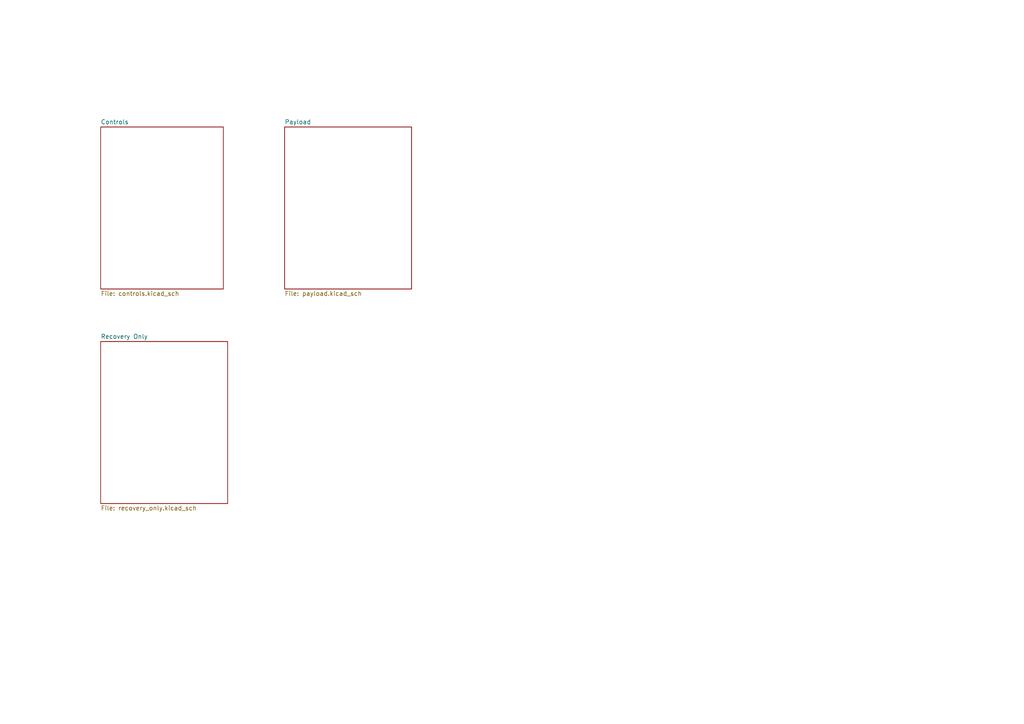
<source format=kicad_sch>
(kicad_sch
	(version 20231120)
	(generator "eeschema")
	(generator_version "8.0")
	(uuid "395837be-e671-47e6-8fb9-877478f5d46e")
	(paper "A4")
	(lib_symbols)
	(sheet
		(at 29.21 99.06)
		(size 36.83 46.99)
		(fields_autoplaced yes)
		(stroke
			(width 0.1524)
			(type solid)
		)
		(fill
			(color 0 0 0 0.0000)
		)
		(uuid "0bacdde8-5c42-4a95-81d1-244432e46a08")
		(property "Sheetname" "Recovery Only"
			(at 29.21 98.3484 0)
			(effects
				(font
					(size 1.27 1.27)
				)
				(justify left bottom)
			)
		)
		(property "Sheetfile" "recovery_only.kicad_sch"
			(at 29.21 146.6346 0)
			(effects
				(font
					(size 1.27 1.27)
				)
				(justify left top)
			)
		)
		(instances
			(project "RocketryWiringDiagram"
				(path "/395837be-e671-47e6-8fb9-877478f5d46e"
					(page "4")
				)
			)
		)
	)
	(sheet
		(at 82.55 36.83)
		(size 36.83 46.99)
		(fields_autoplaced yes)
		(stroke
			(width 0.1524)
			(type solid)
		)
		(fill
			(color 0 0 0 0.0000)
		)
		(uuid "6f535255-ed60-41d2-8d01-904a20bd474b")
		(property "Sheetname" "Payload"
			(at 82.55 36.1184 0)
			(effects
				(font
					(size 1.27 1.27)
				)
				(justify left bottom)
			)
		)
		(property "Sheetfile" "payload.kicad_sch"
			(at 82.55 84.4046 0)
			(effects
				(font
					(size 1.27 1.27)
				)
				(justify left top)
			)
		)
		(instances
			(project "RocketryWiringDiagram"
				(path "/395837be-e671-47e6-8fb9-877478f5d46e"
					(page "3")
				)
			)
		)
	)
	(sheet
		(at 29.21 36.83)
		(size 35.56 46.99)
		(fields_autoplaced yes)
		(stroke
			(width 0.1524)
			(type solid)
		)
		(fill
			(color 0 0 0 0.0000)
		)
		(uuid "71969792-f3ad-4726-9fb7-659a7610fe90")
		(property "Sheetname" "Controls"
			(at 29.21 36.1184 0)
			(effects
				(font
					(size 1.27 1.27)
				)
				(justify left bottom)
			)
		)
		(property "Sheetfile" "controls.kicad_sch"
			(at 29.21 84.4046 0)
			(effects
				(font
					(size 1.27 1.27)
				)
				(justify left top)
			)
		)
		(instances
			(project "RocketryWiringDiagram"
				(path "/395837be-e671-47e6-8fb9-877478f5d46e"
					(page "2")
				)
			)
		)
	)
	(sheet_instances
		(path "/"
			(page "1")
		)
	)
)
</source>
